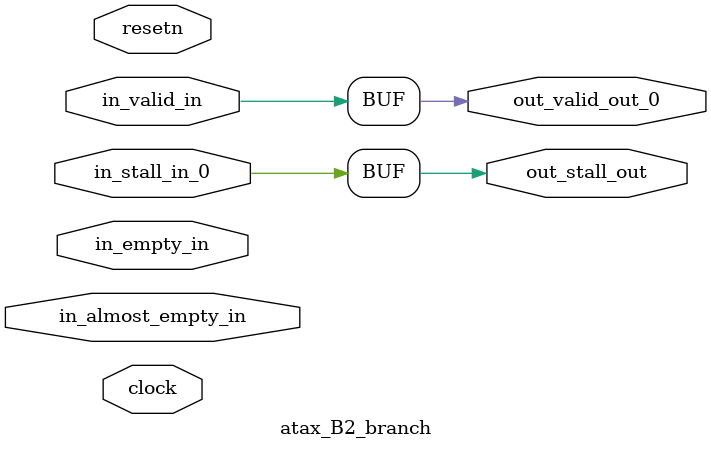
<source format=sv>



(* altera_attribute = "-name AUTO_SHIFT_REGISTER_RECOGNITION OFF; -name MESSAGE_DISABLE 10036; -name MESSAGE_DISABLE 10037; -name MESSAGE_DISABLE 14130; -name MESSAGE_DISABLE 14320; -name MESSAGE_DISABLE 15400; -name MESSAGE_DISABLE 14130; -name MESSAGE_DISABLE 10036; -name MESSAGE_DISABLE 12020; -name MESSAGE_DISABLE 12030; -name MESSAGE_DISABLE 12010; -name MESSAGE_DISABLE 12110; -name MESSAGE_DISABLE 14320; -name MESSAGE_DISABLE 13410; -name MESSAGE_DISABLE 113007; -name MESSAGE_DISABLE 10958" *)
module atax_B2_branch (
    input wire [0:0] in_almost_empty_in,
    input wire [0:0] in_empty_in,
    input wire [0:0] in_stall_in_0,
    input wire [0:0] in_valid_in,
    output wire [0:0] out_stall_out,
    output wire [0:0] out_valid_out_0,
    input wire clock,
    input wire resetn
    );

    reg [0:0] rst_sync_rst_sclrn;


    // out_stall_out(GPOUT,6)
    assign out_stall_out = in_stall_in_0;

    // out_valid_out_0(GPOUT,7)
    assign out_valid_out_0 = in_valid_in;

    // rst_sync(RESETSYNC,8)
    acl_reset_handler #(
        .ASYNC_RESET(0),
        .USE_SYNCHRONIZER(1),
        .PULSE_EXTENSION(0),
        .PIPE_DEPTH(3),
        .DUPLICATE(1)
    ) therst_sync (
        .clk(clock),
        .i_resetn(resetn),
        .o_sclrn(rst_sync_rst_sclrn)
    );

endmodule

</source>
